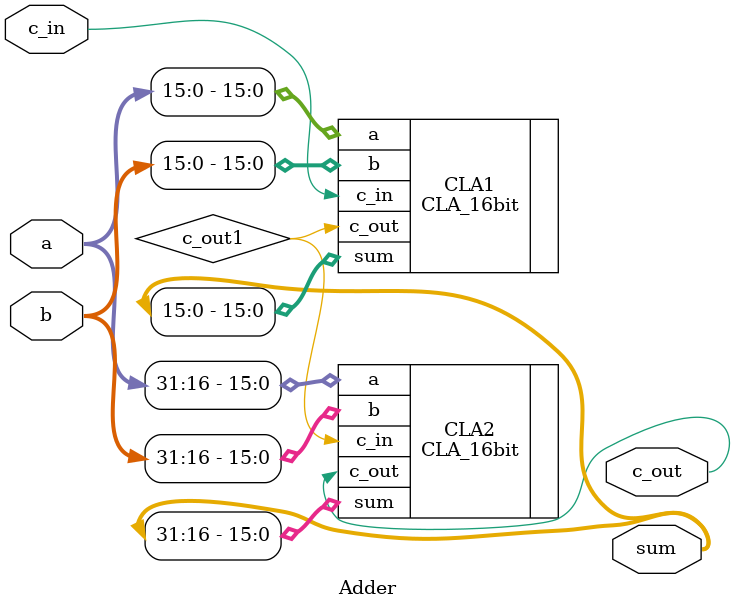
<source format=v>
`timescale 1ns / 1ps
module Adder(input[31:0] a, input[31:0] b, input c_in, output[31:0] sum, output c_out);

	wire c_out1;        
	CLA_16bit CLA1 (.a(a[15:0]), .b(b[15:0]), .c_in(c_in), .sum(sum[15:0]), .c_out(c_out1));
	CLA_16bit CLA2 (.a(a[31:16]), .b(b[31:16]), .c_in(c_out1), .sum(sum[31:16]), .c_out(c_out));

endmodule

</source>
